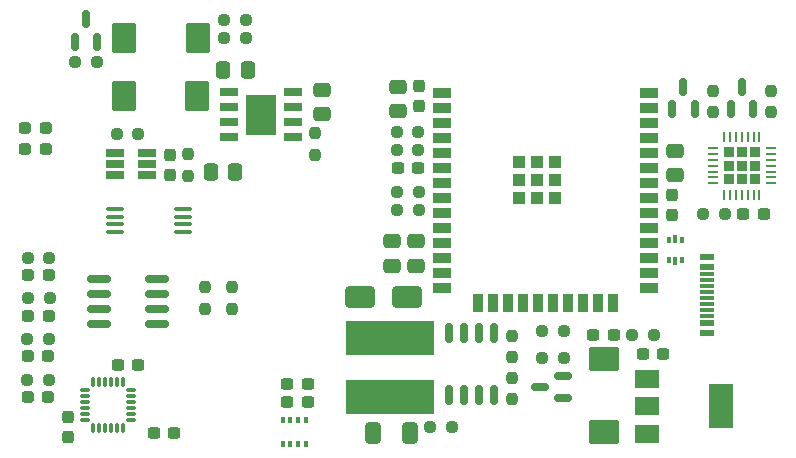
<source format=gbr>
%TF.GenerationSoftware,KiCad,Pcbnew,7.0.2*%
%TF.CreationDate,2024-10-19T10:13:07+03:00*%
%TF.ProjectId,gps_tracer,6770735f-7472-4616-9365-722e6b696361,rev?*%
%TF.SameCoordinates,Original*%
%TF.FileFunction,Paste,Top*%
%TF.FilePolarity,Positive*%
%FSLAX46Y46*%
G04 Gerber Fmt 4.6, Leading zero omitted, Abs format (unit mm)*
G04 Created by KiCad (PCBNEW 7.0.2) date 2024-10-19 10:13:07*
%MOMM*%
%LPD*%
G01*
G04 APERTURE LIST*
G04 Aperture macros list*
%AMRoundRect*
0 Rectangle with rounded corners*
0 $1 Rounding radius*
0 $2 $3 $4 $5 $6 $7 $8 $9 X,Y pos of 4 corners*
0 Add a 4 corners polygon primitive as box body*
4,1,4,$2,$3,$4,$5,$6,$7,$8,$9,$2,$3,0*
0 Add four circle primitives for the rounded corners*
1,1,$1+$1,$2,$3*
1,1,$1+$1,$4,$5*
1,1,$1+$1,$6,$7*
1,1,$1+$1,$8,$9*
0 Add four rect primitives between the rounded corners*
20,1,$1+$1,$2,$3,$4,$5,0*
20,1,$1+$1,$4,$5,$6,$7,0*
20,1,$1+$1,$6,$7,$8,$9,0*
20,1,$1+$1,$8,$9,$2,$3,0*%
G04 Aperture macros list end*
%ADD10RoundRect,0.237500X0.250000X0.237500X-0.250000X0.237500X-0.250000X-0.237500X0.250000X-0.237500X0*%
%ADD11RoundRect,0.237500X0.300000X0.237500X-0.300000X0.237500X-0.300000X-0.237500X0.300000X-0.237500X0*%
%ADD12RoundRect,0.237500X0.237500X-0.250000X0.237500X0.250000X-0.237500X0.250000X-0.237500X-0.250000X0*%
%ADD13RoundRect,0.150000X0.150000X-0.587500X0.150000X0.587500X-0.150000X0.587500X-0.150000X-0.587500X0*%
%ADD14RoundRect,0.237500X-0.300000X-0.237500X0.300000X-0.237500X0.300000X0.237500X-0.300000X0.237500X0*%
%ADD15RoundRect,0.237500X-0.250000X-0.237500X0.250000X-0.237500X0.250000X0.237500X-0.250000X0.237500X0*%
%ADD16RoundRect,0.237500X-0.237500X0.300000X-0.237500X-0.300000X0.237500X-0.300000X0.237500X0.300000X0*%
%ADD17RoundRect,0.075000X-0.350000X-0.075000X0.350000X-0.075000X0.350000X0.075000X-0.350000X0.075000X0*%
%ADD18RoundRect,0.075000X0.075000X-0.350000X0.075000X0.350000X-0.075000X0.350000X-0.075000X-0.350000X0*%
%ADD19R,0.375000X0.500000*%
%ADD20R,0.300000X0.650000*%
%ADD21RoundRect,0.250000X-0.412500X-0.650000X0.412500X-0.650000X0.412500X0.650000X-0.412500X0.650000X0*%
%ADD22RoundRect,0.237500X-0.287500X-0.237500X0.287500X-0.237500X0.287500X0.237500X-0.287500X0.237500X0*%
%ADD23RoundRect,0.250000X-0.475000X0.337500X-0.475000X-0.337500X0.475000X-0.337500X0.475000X0.337500X0*%
%ADD24R,0.350000X0.500000*%
%ADD25RoundRect,0.250000X-1.000000X-0.650000X1.000000X-0.650000X1.000000X0.650000X-1.000000X0.650000X0*%
%ADD26R,1.240000X0.600000*%
%ADD27R,1.240000X0.300000*%
%ADD28RoundRect,0.225000X-0.225000X-0.225000X0.225000X-0.225000X0.225000X0.225000X-0.225000X0.225000X0*%
%ADD29RoundRect,0.062500X-0.337500X-0.062500X0.337500X-0.062500X0.337500X0.062500X-0.337500X0.062500X0*%
%ADD30RoundRect,0.062500X-0.062500X-0.337500X0.062500X-0.337500X0.062500X0.337500X-0.062500X0.337500X0*%
%ADD31RoundRect,0.250000X0.475000X-0.337500X0.475000X0.337500X-0.475000X0.337500X-0.475000X-0.337500X0*%
%ADD32R,7.500000X3.000000*%
%ADD33RoundRect,0.250000X1.025000X-0.787500X1.025000X0.787500X-1.025000X0.787500X-1.025000X-0.787500X0*%
%ADD34RoundRect,0.250000X-0.787500X-1.025000X0.787500X-1.025000X0.787500X1.025000X-0.787500X1.025000X0*%
%ADD35R,1.525000X0.700000*%
%ADD36R,2.513000X3.402000*%
%ADD37R,1.560000X0.650000*%
%ADD38RoundRect,0.237500X0.237500X-0.300000X0.237500X0.300000X-0.237500X0.300000X-0.237500X-0.300000X0*%
%ADD39RoundRect,0.237500X-0.237500X0.250000X-0.237500X-0.250000X0.237500X-0.250000X0.237500X0.250000X0*%
%ADD40RoundRect,0.250000X0.337500X0.475000X-0.337500X0.475000X-0.337500X-0.475000X0.337500X-0.475000X0*%
%ADD41R,2.000000X1.500000*%
%ADD42R,2.000000X3.800000*%
%ADD43RoundRect,0.150000X-0.825000X-0.150000X0.825000X-0.150000X0.825000X0.150000X-0.825000X0.150000X0*%
%ADD44RoundRect,0.150000X0.587500X0.150000X-0.587500X0.150000X-0.587500X-0.150000X0.587500X-0.150000X0*%
%ADD45RoundRect,0.250000X-0.337500X-0.475000X0.337500X-0.475000X0.337500X0.475000X-0.337500X0.475000X0*%
%ADD46RoundRect,0.100000X0.637500X0.100000X-0.637500X0.100000X-0.637500X-0.100000X0.637500X-0.100000X0*%
%ADD47RoundRect,0.150000X0.150000X-0.675000X0.150000X0.675000X-0.150000X0.675000X-0.150000X-0.675000X0*%
%ADD48R,1.500000X0.900000*%
%ADD49R,0.900000X1.500000*%
%ADD50R,1.050000X1.050000*%
G04 APERTURE END LIST*
D10*
%TO.C,R15*%
X51230000Y-65390000D03*
X49405000Y-65390000D03*
%TD*%
D11*
%TO.C,C20*%
X58765000Y-67590000D03*
X57040000Y-67590000D03*
%TD*%
D12*
%TO.C,R27*%
X64450000Y-62840000D03*
X64450000Y-61015000D03*
%TD*%
D13*
%TO.C,Q1*%
X108945600Y-45974000D03*
X110845600Y-45974000D03*
X109895600Y-44099000D03*
%TD*%
D14*
%TO.C,C4*%
X101526000Y-66649600D03*
X103251000Y-66649600D03*
%TD*%
D15*
%TO.C,R20*%
X83515200Y-72898000D03*
X85340200Y-72898000D03*
%TD*%
D16*
%TO.C,C25*%
X52840000Y-71990000D03*
X52840000Y-73715000D03*
%TD*%
D17*
%TO.C,U12*%
X54280000Y-69730000D03*
X54280000Y-70230000D03*
X54280000Y-70730000D03*
X54280000Y-71230000D03*
X54280000Y-71730000D03*
X54280000Y-72230000D03*
D18*
X54980000Y-72930000D03*
X55480000Y-72930000D03*
X55980000Y-72930000D03*
X56480000Y-72930000D03*
X56980000Y-72930000D03*
X57480000Y-72930000D03*
D17*
X58180000Y-72230000D03*
X58180000Y-71730000D03*
X58180000Y-71230000D03*
X58180000Y-70730000D03*
X58180000Y-70230000D03*
X58180000Y-69730000D03*
D18*
X57480000Y-69030000D03*
X56980000Y-69030000D03*
X56480000Y-69030000D03*
X55980000Y-69030000D03*
X55480000Y-69030000D03*
X54980000Y-69030000D03*
%TD*%
D19*
%TO.C,U2*%
X103729500Y-58736600D03*
D20*
X104267000Y-58811600D03*
D19*
X104804500Y-58736600D03*
X104804500Y-57036600D03*
D20*
X104267000Y-56961600D03*
D19*
X103729500Y-57036600D03*
%TD*%
D15*
%TO.C,R8*%
X100609400Y-65049400D03*
X102434400Y-65049400D03*
%TD*%
D21*
%TO.C,C21*%
X78637600Y-73329800D03*
X81762600Y-73329800D03*
%TD*%
D22*
%TO.C,D7*%
X49220000Y-49360000D03*
X50970000Y-49360000D03*
%TD*%
D23*
%TO.C,C19*%
X74325000Y-44297600D03*
X74325000Y-46372600D03*
%TD*%
D24*
%TO.C,U5*%
X72960000Y-74310000D03*
X72310000Y-74310000D03*
X71660000Y-74310000D03*
X71010000Y-74310000D03*
X71010000Y-72260000D03*
X71660000Y-72260000D03*
X72310000Y-72260000D03*
X72960000Y-72260000D03*
%TD*%
D14*
%TO.C,C13*%
X71420000Y-69220000D03*
X73145000Y-69220000D03*
%TD*%
D15*
%TO.C,R26*%
X53475000Y-41950000D03*
X55300000Y-41950000D03*
%TD*%
D10*
%TO.C,JP6*%
X94840000Y-64760000D03*
X93015000Y-64760000D03*
%TD*%
D25*
%TO.C,D5*%
X77570000Y-61820000D03*
X81570000Y-61820000D03*
%TD*%
D26*
%TO.C,P1*%
X106917400Y-64871200D03*
X106917400Y-64071200D03*
D27*
X106917400Y-62921200D03*
X106917400Y-61921200D03*
X106917400Y-61421200D03*
X106917400Y-60421200D03*
D26*
X106917400Y-59271200D03*
X106917400Y-58471200D03*
X106917400Y-58471200D03*
X106917400Y-59271200D03*
D27*
X106917400Y-59921200D03*
X106917400Y-60921200D03*
X106917400Y-62421200D03*
X106917400Y-63421200D03*
D26*
X106917400Y-64071200D03*
X106917400Y-64871200D03*
%TD*%
D22*
%TO.C,D1*%
X49500000Y-63440000D03*
X51250000Y-63440000D03*
%TD*%
D10*
%TO.C,R6*%
X82499200Y-49377600D03*
X80674200Y-49377600D03*
%TD*%
D14*
%TO.C,C6*%
X110010000Y-54840000D03*
X111735000Y-54840000D03*
%TD*%
D10*
%TO.C,R19*%
X51215000Y-68870000D03*
X49390000Y-68870000D03*
%TD*%
D28*
%TO.C,U3*%
X108774200Y-49613200D03*
X108774200Y-50733200D03*
X108774200Y-51853200D03*
X109894200Y-49613200D03*
X109894200Y-50733200D03*
X109894200Y-51853200D03*
X111014200Y-49613200D03*
X111014200Y-50733200D03*
X111014200Y-51853200D03*
D29*
X107444200Y-49233200D03*
X107444200Y-49733200D03*
X107444200Y-50233200D03*
X107444200Y-50733200D03*
X107444200Y-51233200D03*
X107444200Y-51733200D03*
X107444200Y-52233200D03*
D30*
X108394200Y-53183200D03*
X108894200Y-53183200D03*
X109394200Y-53183200D03*
X109894200Y-53183200D03*
X110394200Y-53183200D03*
X110894200Y-53183200D03*
X111394200Y-53183200D03*
D29*
X112344200Y-52233200D03*
X112344200Y-51733200D03*
X112344200Y-51233200D03*
X112344200Y-50733200D03*
X112344200Y-50233200D03*
X112344200Y-49733200D03*
X112344200Y-49233200D03*
D30*
X111394200Y-48283200D03*
X110894200Y-48283200D03*
X110394200Y-48283200D03*
X109894200Y-48283200D03*
X109394200Y-48283200D03*
X108894200Y-48283200D03*
X108394200Y-48283200D03*
%TD*%
D10*
%TO.C,R9*%
X82524600Y-54508400D03*
X80699600Y-54508400D03*
%TD*%
D31*
%TO.C,C22*%
X82300000Y-59215000D03*
X82300000Y-57140000D03*
%TD*%
D32*
%TO.C,L1*%
X80137000Y-70354200D03*
X80137000Y-65354200D03*
%TD*%
D31*
%TO.C,C23*%
X80300000Y-59225000D03*
X80300000Y-57150000D03*
%TD*%
D15*
%TO.C,R11*%
X93020000Y-67000000D03*
X94845000Y-67000000D03*
%TD*%
%TO.C,R16*%
X66085000Y-39900000D03*
X67910000Y-39900000D03*
%TD*%
D22*
%TO.C,D9*%
X49490000Y-60020000D03*
X51240000Y-60020000D03*
%TD*%
D33*
%TO.C,C3*%
X98200000Y-73322500D03*
X98200000Y-67097500D03*
%TD*%
D14*
%TO.C,C12*%
X71415000Y-70730000D03*
X73140000Y-70730000D03*
%TD*%
D13*
%TO.C,Q8*%
X53406000Y-40229000D03*
X55306000Y-40229000D03*
X54356000Y-38354000D03*
%TD*%
D34*
%TO.C,C14*%
X57568100Y-44805600D03*
X63793100Y-44805600D03*
%TD*%
D15*
%TO.C,R13*%
X66085000Y-38376000D03*
X67910000Y-38376000D03*
%TD*%
D11*
%TO.C,C8*%
X82473800Y-50901600D03*
X80748800Y-50901600D03*
%TD*%
D10*
%TO.C,R23*%
X51275000Y-58525000D03*
X49450000Y-58525000D03*
%TD*%
D12*
%TO.C,R5*%
X112395000Y-46202600D03*
X112395000Y-44377600D03*
%TD*%
D15*
%TO.C,R2*%
X106640000Y-54860000D03*
X108465000Y-54860000D03*
%TD*%
D35*
%TO.C,IC1*%
X71932800Y-48310800D03*
X71932800Y-47040800D03*
X71932800Y-45770800D03*
X71932800Y-44500800D03*
X66508800Y-44500800D03*
X66508800Y-45770800D03*
X66508800Y-47040800D03*
X66508800Y-48310800D03*
D36*
X69220800Y-46405800D03*
%TD*%
D37*
%TO.C,U9*%
X56863000Y-49646800D03*
X56863000Y-50596800D03*
X56863000Y-51546800D03*
X59563000Y-51546800D03*
X59563000Y-50596800D03*
X59563000Y-49646800D03*
%TD*%
D38*
%TO.C,C10*%
X82600800Y-45717800D03*
X82600800Y-43992800D03*
%TD*%
D39*
%TO.C,R4*%
X107416600Y-44373800D03*
X107416600Y-46198800D03*
%TD*%
D40*
%TO.C,C17*%
X68046600Y-42621200D03*
X65971600Y-42621200D03*
%TD*%
D39*
%TO.C,R14*%
X62966600Y-49785900D03*
X62966600Y-51610900D03*
%TD*%
D41*
%TO.C,U1*%
X101853600Y-68820000D03*
X101853600Y-71120000D03*
D42*
X108153600Y-71120000D03*
D41*
X101853600Y-73420000D03*
%TD*%
D43*
%TO.C,U10*%
X55455000Y-60315000D03*
X55455000Y-61585000D03*
X55455000Y-62855000D03*
X55455000Y-64125000D03*
X60405000Y-64125000D03*
X60405000Y-62855000D03*
X60405000Y-61585000D03*
X60405000Y-60315000D03*
%TD*%
D44*
%TO.C,Q3*%
X94716600Y-70403800D03*
X94716600Y-68503800D03*
X92841600Y-69453800D03*
%TD*%
D31*
%TO.C,C9*%
X80822800Y-46118600D03*
X80822800Y-44043600D03*
%TD*%
D12*
%TO.C,R17*%
X73740000Y-49810000D03*
X73740000Y-47985000D03*
%TD*%
D45*
%TO.C,C26*%
X64935000Y-51250000D03*
X67010000Y-51250000D03*
%TD*%
D10*
%TO.C,R7*%
X82524600Y-52933600D03*
X80699600Y-52933600D03*
%TD*%
D14*
%TO.C,C11*%
X97325000Y-65050000D03*
X99050000Y-65050000D03*
%TD*%
D22*
%TO.C,D2*%
X49430000Y-66890000D03*
X51180000Y-66890000D03*
%TD*%
D39*
%TO.C,R21*%
X90410000Y-68685400D03*
X90410000Y-70510400D03*
%TD*%
D11*
%TO.C,C24*%
X61830000Y-73370000D03*
X60105000Y-73370000D03*
%TD*%
D34*
%TO.C,C2*%
X57607200Y-39954200D03*
X63832200Y-39954200D03*
%TD*%
D10*
%TO.C,R1*%
X51282500Y-61930000D03*
X49457500Y-61930000D03*
%TD*%
%TO.C,R18*%
X58780000Y-48010000D03*
X56955000Y-48010000D03*
%TD*%
D46*
%TO.C,U8*%
X62552500Y-56347000D03*
X62552500Y-55697000D03*
X62552500Y-55047000D03*
X62552500Y-54397000D03*
X56827500Y-54397000D03*
X56827500Y-55047000D03*
X56827500Y-55697000D03*
X56827500Y-56347000D03*
%TD*%
D10*
%TO.C,R3*%
X82499200Y-47853600D03*
X80674200Y-47853600D03*
%TD*%
D39*
%TO.C,R22*%
X90410000Y-65130000D03*
X90410000Y-66955000D03*
%TD*%
D13*
%TO.C,Q2*%
X103992600Y-45948600D03*
X105892600Y-45948600D03*
X104942600Y-44073600D03*
%TD*%
D31*
%TO.C,C7*%
X104241600Y-51554200D03*
X104241600Y-49479200D03*
%TD*%
D22*
%TO.C,D6*%
X49230000Y-47550000D03*
X50980000Y-47550000D03*
%TD*%
%TO.C,D4*%
X49430000Y-70350000D03*
X51180000Y-70350000D03*
%TD*%
D16*
%TO.C,C5*%
X104025000Y-53187500D03*
X104025000Y-54912500D03*
%TD*%
D47*
%TO.C,U11*%
X85064600Y-70189000D03*
X86334600Y-70189000D03*
X87604600Y-70189000D03*
X88874600Y-70189000D03*
X88874600Y-64939000D03*
X87604600Y-64939000D03*
X86334600Y-64939000D03*
X85064600Y-64939000D03*
%TD*%
D38*
%TO.C,C18*%
X61442600Y-51560900D03*
X61442600Y-49835900D03*
%TD*%
D39*
%TO.C,R25*%
X66700000Y-61025000D03*
X66700000Y-62850000D03*
%TD*%
D48*
%TO.C,U4*%
X84506400Y-44602400D03*
X84506400Y-45872400D03*
X84506400Y-47142400D03*
X84506400Y-48412400D03*
X84506400Y-49682400D03*
X84506400Y-50952400D03*
X84506400Y-52222400D03*
X84506400Y-53492400D03*
X84506400Y-54762400D03*
X84506400Y-56032400D03*
X84506400Y-57302400D03*
X84506400Y-58572400D03*
X84506400Y-59842400D03*
X84506400Y-61112400D03*
D49*
X87546400Y-62362400D03*
X88816400Y-62362400D03*
X90086400Y-62362400D03*
X91356400Y-62362400D03*
X92626400Y-62362400D03*
X93896400Y-62362400D03*
X95166400Y-62362400D03*
X96436400Y-62362400D03*
X97706400Y-62362400D03*
X98976400Y-62362400D03*
D48*
X102006400Y-61112400D03*
X102006400Y-59842400D03*
X102006400Y-58572400D03*
X102006400Y-57302400D03*
X102006400Y-56032400D03*
X102006400Y-54762400D03*
X102006400Y-53492400D03*
X102006400Y-52222400D03*
X102006400Y-50952400D03*
X102006400Y-49682400D03*
X102006400Y-48412400D03*
X102006400Y-47142400D03*
X102006400Y-45872400D03*
X102006400Y-44602400D03*
D50*
X91051400Y-50417400D03*
X91051400Y-51942400D03*
X91051400Y-53467400D03*
X92576400Y-50417400D03*
X92576400Y-51942400D03*
X92576400Y-53467400D03*
X94101400Y-50417400D03*
X94101400Y-51942400D03*
X94101400Y-53467400D03*
%TD*%
M02*

</source>
